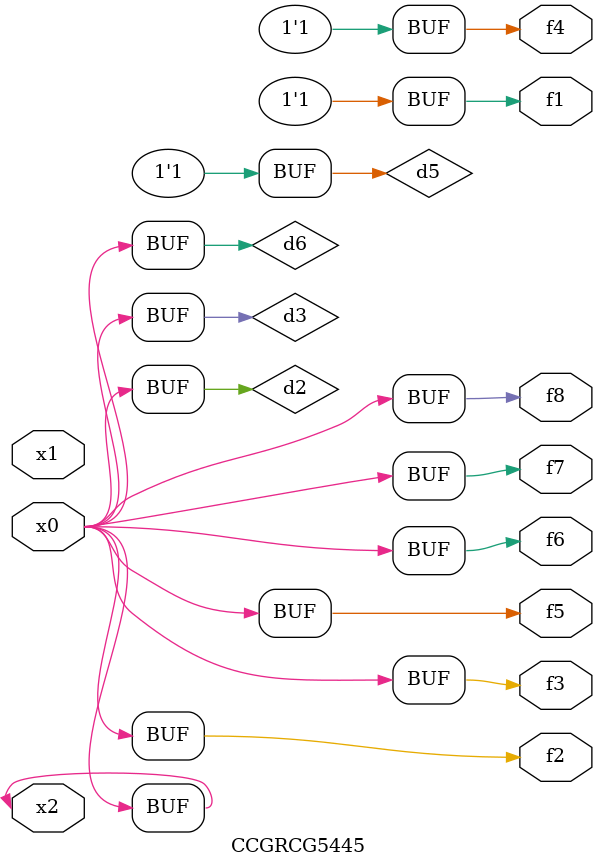
<source format=v>
module CCGRCG5445(
	input x0, x1, x2,
	output f1, f2, f3, f4, f5, f6, f7, f8
);

	wire d1, d2, d3, d4, d5, d6;

	xnor (d1, x2);
	buf (d2, x0, x2);
	and (d3, x0);
	xnor (d4, x1, x2);
	nand (d5, d1, d3);
	buf (d6, d2, d3);
	assign f1 = d5;
	assign f2 = d6;
	assign f3 = d6;
	assign f4 = d5;
	assign f5 = d6;
	assign f6 = d6;
	assign f7 = d6;
	assign f8 = d6;
endmodule

</source>
